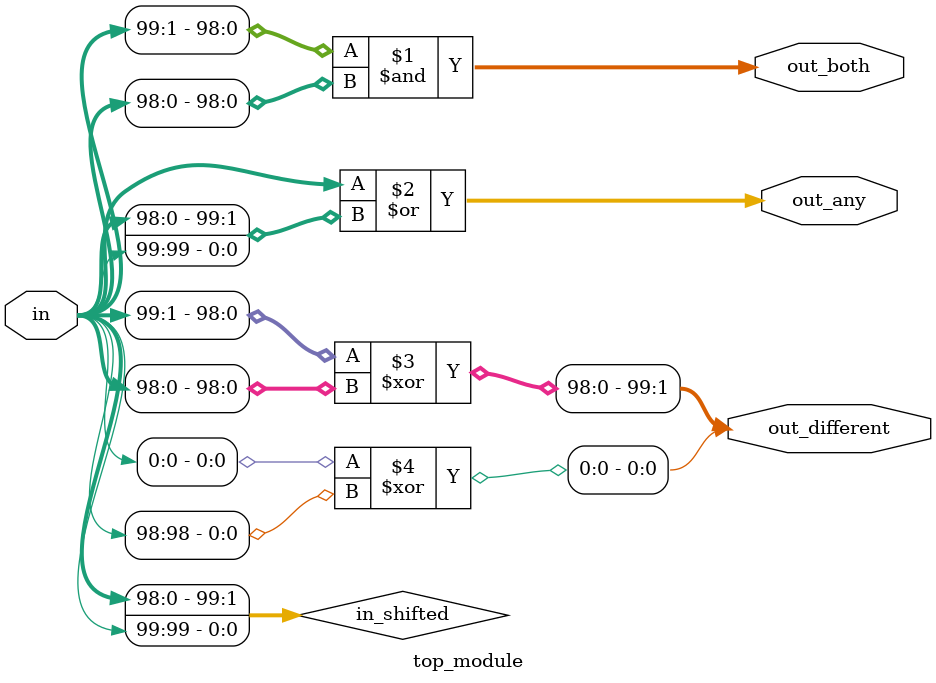
<source format=sv>
module top_module (
    input [99:0] in,
    output [98:0] out_both,
    output [99:0] out_any,
    output [99:0] out_different
);

    // Shifted input signal
    wire [99:0] in_shifted;
    assign in_shifted = {in[98:0], in[99]};

    // Calculate outputs
    assign out_both = in[99:1] & in_shifted[99:1];
    assign out_any = in | in_shifted;
    assign out_different[99:1] = in[99:1] ^ in_shifted[99:1];
    assign out_different[0] = in[0] ^ in_shifted[99];

endmodule

</source>
